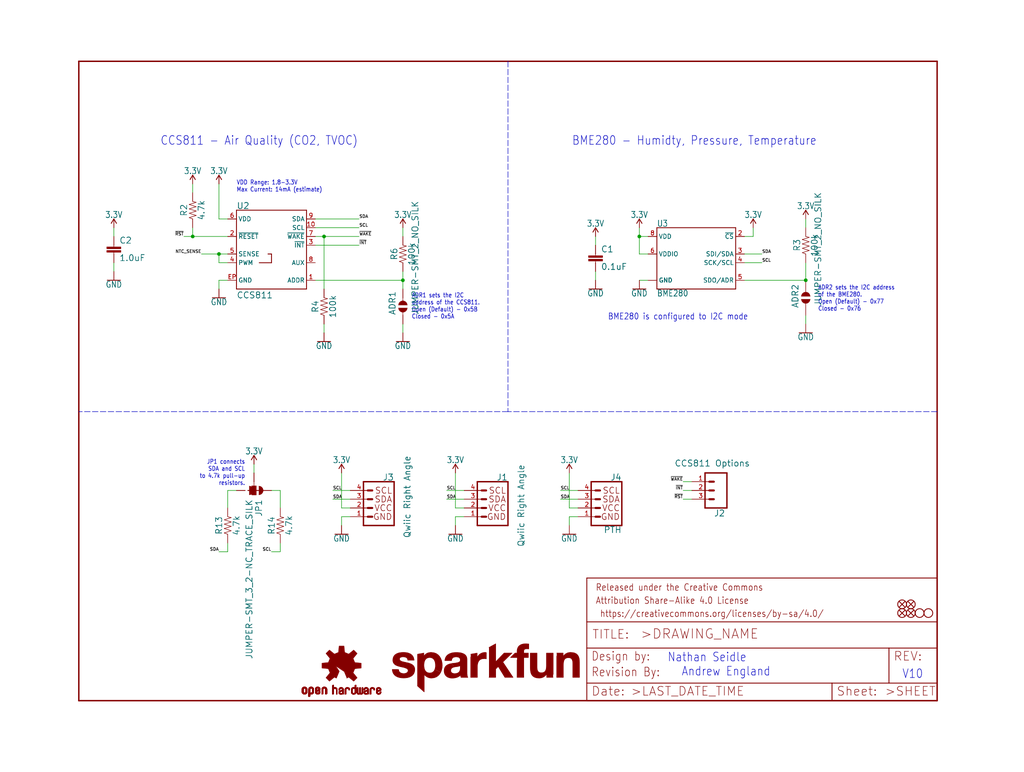
<source format=kicad_sch>
(kicad_sch (version 20211123) (generator eeschema)
  (paper "User" 297.002 223.926)
  (lib_symbols
    (symbol "eagleSchem-eagle-import:0.1UF-0603-25V-(+80{slash}-20%)"
      (property "Reference" "C" (at 1.524 2.921 0))
      (property "Value" "0.1UF-0603-25V-(+80{slash}-20%)" (at 1.524 -2.159 0))
      (symbol "0.1UF-0603-25V-(+80{slash}-20%)_1_0"
        (pin passive line (at 0 5.08 270) (length 2.54) (name "1") (number "1"))
        (pin passive line (at 0 -2.54 90) (length 2.54) (name "2") (number "2"))
      )
    )
    (symbol "eagleSchem-eagle-import:1.0UF-0603-16V-10%"
      (property "Reference" "C" (at 1.524 2.921 0))
      (property "Value" "1.0UF-0603-16V-10%" (at 1.524 -2.159 0))
      (symbol "1.0UF-0603-16V-10%_1_0"
        (pin passive line (at 0 5.08 270) (length 2.54) (name "1") (number "1"))
        (pin passive line (at 0 -2.54 90) (length 2.54) (name "2") (number "2"))
      )
    )
    (symbol "eagleSchem-eagle-import:100KOHM-0603-1{slash}10W-1%"
      (property "Reference" "R" (at 0 1.524 0))
      (property "Value" "100KOHM-0603-1{slash}10W-1%" (at 0 -1.524 0))
      (symbol "100KOHM-0603-1{slash}10W-1%_1_0"
        (pin passive line (at -5.08 0 0) (length 2.54) (name "1") (number "1"))
        (pin passive line (at 5.08 0 180) (length 2.54) (name "2") (number "2"))
      )
    )
    (symbol "eagleSchem-eagle-import:3.3V" (power)
      (property "Value" "3.3V" (at 0 2.794 0))
      (symbol "3.3V_1_0"
        (pin power_in line (at 0 0 90) (length 2.54) (name "3.3V") (number "1"))
      )
    )
    (symbol "eagleSchem-eagle-import:4.7KOHM-0603-1{slash}10W-1%"
      (property "Reference" "R" (at 0 1.524 0))
      (property "Value" "4.7KOHM-0603-1{slash}10W-1%" (at 0 -1.524 0))
      (symbol "4.7KOHM-0603-1{slash}10W-1%_1_0"
        (pin passive line (at -5.08 0 0) (length 2.54) (name "1") (number "1"))
        (pin passive line (at 5.08 0 180) (length 2.54) (name "2") (number "2"))
      )
    )
    (symbol "eagleSchem-eagle-import:BME280"
      (property "Reference" "U" (at -10.16 7.874 0))
      (property "Value" "BME280" (at -10.16 -10.414 0))
      (symbol "BME280_1_0"
        (pin bidirectional line (at -12.7 -7.62 0) (length 2.54) (name "GND") (number "1"))
        (pin bidirectional line (at 15.24 5.08 180) (length 2.54) (name "~{CS}") (number "2"))
        (pin bidirectional line (at 15.24 0 180) (length 2.54) (name "SDI/SDA") (number "3"))
        (pin bidirectional line (at 15.24 -2.54 180) (length 2.54) (name "SCK/SCL") (number "4"))
        (pin bidirectional line (at 15.24 -7.62 180) (length 2.54) (name "SDO/ADR") (number "5"))
        (pin bidirectional line (at -12.7 0 0) (length 2.54) (name "VDDIO") (number "6"))
        (pin bidirectional line (at -12.7 -7.62 0) (length 2.54) (name "GND") (number "7"))
        (pin bidirectional line (at -12.7 5.08 0) (length 2.54) (name "VDD") (number "8"))
      )
    )
    (symbol "eagleSchem-eagle-import:CCS811PRODUCTION"
      (property "Reference" "U" (at -10.16 10.414 0))
      (property "Value" "CCS811PRODUCTION" (at -10.16 -15.494 0))
      (symbol "CCS811PRODUCTION_1_0"
        (pin bidirectional line (at 12.7 -10.16 180) (length 2.54) (name "ADDR") (number "1"))
        (pin bidirectional line (at 12.7 5.08 180) (length 2.54) (name "SCL") (number "10"))
        (pin bidirectional line (at -12.7 2.54 0) (length 2.54) (name "~{RESET}") (number "2"))
        (pin bidirectional line (at 12.7 0 180) (length 2.54) (name "~{INT}") (number "3"))
        (pin bidirectional line (at -12.7 -5.08 0) (length 2.54) (name "PWM") (number "4"))
        (pin bidirectional line (at -12.7 -2.54 0) (length 2.54) (name "SENSE") (number "5"))
        (pin bidirectional line (at -12.7 7.62 0) (length 2.54) (name "VDD") (number "6"))
        (pin bidirectional line (at 12.7 2.54 180) (length 2.54) (name "~{WAKE}") (number "7"))
        (pin bidirectional line (at 12.7 -5.08 180) (length 2.54) (name "AUX") (number "8"))
        (pin bidirectional line (at 12.7 7.62 180) (length 2.54) (name "SDA") (number "9"))
        (pin bidirectional line (at -12.7 -10.16 0) (length 2.54) (name "GND") (number "EP"))
      )
    )
    (symbol "eagleSchem-eagle-import:CONN_031X03_NO_SILK"
      (property "Reference" "J" (at -2.54 5.588 0))
      (property "Value" "CONN_031X03_NO_SILK" (at -2.54 -7.366 0))
      (symbol "CONN_031X03_NO_SILK_1_0"
        (pin passive line (at 7.62 -2.54 180) (length 5.08) (name "1") (number "1"))
        (pin passive line (at 7.62 0 180) (length 5.08) (name "2") (number "2"))
        (pin passive line (at 7.62 2.54 180) (length 5.08) (name "3") (number "3"))
      )
    )
    (symbol "eagleSchem-eagle-import:FIDUCIAL1X2")
    (symbol "eagleSchem-eagle-import:FRAME-LETTER"
      (symbol "FRAME-LETTER_2_0"
        (text " https://creativecommons.org/licenses/by-sa/4.0/" (at 2.54 24.13 0) (effects (font (size 1.9304 1.6408)) (justify left bottom)))
        (text ">DRAWING_NAME" (at 15.494 17.78 0) (effects (font (size 2.7432 2.7432)) (justify left bottom)))
        (text ">LAST_DATE_TIME" (at 12.7 1.27 0) (effects (font (size 2.54 2.54)) (justify left bottom)))
        (text ">SHEET" (at 86.36 1.27 0) (effects (font (size 2.54 2.54)) (justify left bottom)))
        (text "Attribution Share-Alike 4.0 License" (at 2.54 27.94 0) (effects (font (size 1.9304 1.6408)) (justify left bottom)))
        (text "Date:" (at 1.27 1.27 0) (effects (font (size 2.54 2.54)) (justify left bottom)))
        (text "Design by:" (at 1.27 11.43 0) (effects (font (size 2.54 2.159)) (justify left bottom)))
        (text "Released under the Creative Commons" (at 2.54 31.75 0) (effects (font (size 1.9304 1.6408)) (justify left bottom)))
        (text "REV:" (at 88.9 11.43 0) (effects (font (size 2.54 2.54)) (justify left bottom)))
        (text "Sheet:" (at 72.39 1.27 0) (effects (font (size 2.54 2.54)) (justify left bottom)))
        (text "TITLE:" (at 1.524 17.78 0) (effects (font (size 2.54 2.54)) (justify left bottom)))
      )
    )
    (symbol "eagleSchem-eagle-import:GND" (power)
      (property "Value" "GND" (at 0 -0.254 0))
      (symbol "GND_1_0"
        (pin power_in line (at 0 2.54 270) (length 2.54) (name "GND") (number "1"))
      )
    )
    (symbol "eagleSchem-eagle-import:I2C_STANDARDQWIIC"
      (property "Reference" "J" (at -5.08 7.874 0))
      (property "Value" "I2C_STANDARDQWIIC" (at -5.08 -5.334 0))
      (symbol "I2C_STANDARDQWIIC_1_0"
        (text "GND" (at -4.572 -2.54 0) (effects (font (size 1.778 1.778)) (justify left)))
        (text "SCL" (at -4.572 5.08 0) (effects (font (size 1.778 1.778)) (justify left)))
        (text "SDA" (at -4.572 2.54 0) (effects (font (size 1.778 1.778)) (justify left)))
        (text "VCC" (at -4.572 0 0) (effects (font (size 1.778 1.778)) (justify left)))
        (pin power_in line (at 7.62 -2.54 180) (length 5.08) (name "1") (number "1"))
        (pin power_in line (at 7.62 0 180) (length 5.08) (name "2") (number "2"))
        (pin passive line (at 7.62 2.54 180) (length 5.08) (name "3") (number "3"))
        (pin passive line (at 7.62 5.08 180) (length 5.08) (name "4") (number "4"))
      )
    )
    (symbol "eagleSchem-eagle-import:I2C_STANDARD_NO_SILK"
      (property "Reference" "J" (at -5.08 7.874 0))
      (property "Value" "I2C_STANDARD_NO_SILK" (at -5.08 -5.334 0))
      (symbol "I2C_STANDARD_NO_SILK_1_0"
        (text "GND" (at -4.572 -2.54 0) (effects (font (size 1.778 1.778)) (justify left)))
        (text "SCL" (at -4.572 5.08 0) (effects (font (size 1.778 1.778)) (justify left)))
        (text "SDA" (at -4.572 2.54 0) (effects (font (size 1.778 1.778)) (justify left)))
        (text "VCC" (at -4.572 0 0) (effects (font (size 1.778 1.778)) (justify left)))
        (pin power_in line (at 7.62 -2.54 180) (length 5.08) (name "GND") (number "1"))
        (pin power_in line (at 7.62 0 180) (length 5.08) (name "VCC") (number "2"))
        (pin passive line (at 7.62 2.54 180) (length 5.08) (name "SDA") (number "3"))
        (pin passive line (at 7.62 5.08 180) (length 5.08) (name "SCL") (number "4"))
      )
    )
    (symbol "eagleSchem-eagle-import:JUMPER-SMT_2_NO_SILK"
      (property "Reference" "JP" (at -2.54 2.54 0))
      (property "Value" "JUMPER-SMT_2_NO_SILK" (at -2.54 -2.54 0))
      (symbol "JUMPER-SMT_2_NO_SILK_1_0"
        (pin passive line (at -5.08 0 0) (length 2.54) (name "1") (number "1"))
        (pin passive line (at 5.08 0 180) (length 2.54) (name "2") (number "2"))
      )
    )
    (symbol "eagleSchem-eagle-import:JUMPER-SMT_3_2-NC_TRACE_SILK"
      (property "Reference" "JP" (at 2.54 0.381 0))
      (property "Value" "JUMPER-SMT_3_2-NC_TRACE_SILK" (at 2.54 -0.381 0))
      (symbol "JUMPER-SMT_3_2-NC_TRACE_SILK_1_0"
        (pin passive line (at 0 5.08 270) (length 2.54) (name "1") (number "1"))
        (pin passive line (at -5.08 0 0) (length 2.54) (name "2") (number "2"))
        (pin passive line (at 0 -5.08 90) (length 2.54) (name "3") (number "3"))
      )
    )
    (symbol "eagleSchem-eagle-import:OSHW-LOGOS")
    (symbol "eagleSchem-eagle-import:REVISION"
      (symbol "REVISION_1_0"
        (text "Revision By: " (at 0 0 0) (effects (font (size 2.54 2.159)) (justify left bottom)))
      )
    )
    (symbol "eagleSchem-eagle-import:SFE_LOGO_NAME.1_INCH")
    (symbol "eagleSchem-eagle-import:STAND-OFF")
  )
  (junction (at 63.5 73.66))
  (junction (at 116.84 81.28))
  (junction (at 233.68 81.28))
  (junction (at 185.42 68.58))
  (junction (at 93.98 68.58))
  (junction (at 55.88 68.58))
  (wire (pts (xy 101.6 144.78) (xy 96.52 144.78)))
  (wire (pts (xy 66.04 81.28) (xy 63.5 81.28)))
  (wire (pts (xy 167.64 142.24) (xy 162.56 142.24)))
  (wire (pts (xy 66.04 157.48) (xy 66.04 160.02)))
  (wire (pts (xy 55.88 68.58) (xy 55.88 66.04)))
  (wire (pts (xy 165.1 149.86) (xy 165.1 152.4)))
  (wire (pts (xy 63.5 81.28) (xy 63.5 83.82)))
  (wire (pts (xy 187.96 81.28) (xy 185.42 81.28)))
  (wire (pts (xy 200.66 142.24) (xy 198.12 142.24)))
  (wire (pts (xy 185.42 68.58) (xy 187.96 68.58)))
  (wire (pts (xy 165.1 147.32) (xy 165.1 137.16)))
  (wire (pts (xy 63.5 73.66) (xy 63.5 76.2)))
  (wire (pts (xy 132.08 147.32) (xy 132.08 137.16)))
  (wire (pts (xy 200.66 139.7) (xy 198.12 139.7)))
  (wire (pts (xy 81.28 142.24) (xy 78.74 142.24)))
  (wire (pts (xy 167.64 147.32) (xy 165.1 147.32)))
  (wire (pts (xy 99.06 147.32) (xy 99.06 137.16)))
  (wire (pts (xy 172.72 71.12) (xy 172.72 68.58)))
  (wire (pts (xy 73.66 134.62) (xy 73.66 137.16)))
  (wire (pts (xy 134.62 147.32) (xy 132.08 147.32)))
  (wire (pts (xy 93.98 83.82) (xy 93.98 68.58)))
  (wire (pts (xy 63.5 73.66) (xy 58.42 73.66)))
  (wire (pts (xy 55.88 68.58) (xy 53.34 68.58)))
  (wire (pts (xy 66.04 142.24) (xy 68.58 142.24)))
  (wire (pts (xy 116.84 66.04) (xy 116.84 68.58)))
  (wire (pts (xy 63.5 63.5) (xy 63.5 53.34)))
  (wire (pts (xy 116.84 83.82) (xy 116.84 81.28)))
  (wire (pts (xy 33.02 78.74) (xy 33.02 76.2)))
  (wire (pts (xy 167.64 149.86) (xy 165.1 149.86)))
  (wire (pts (xy 66.04 63.5) (xy 63.5 63.5)))
  (wire (pts (xy 116.84 96.52) (xy 116.84 93.98)))
  (polyline (pts (xy 147.32 17.78) (xy 147.32 119.38)))
  (wire (pts (xy 101.6 147.32) (xy 99.06 147.32)))
  (wire (pts (xy 99.06 149.86) (xy 99.06 152.4)))
  (wire (pts (xy 134.62 142.24) (xy 129.54 142.24)))
  (wire (pts (xy 215.9 76.2) (xy 220.98 76.2)))
  (wire (pts (xy 101.6 142.24) (xy 96.52 142.24)))
  (wire (pts (xy 185.42 68.58) (xy 185.42 66.04)))
  (wire (pts (xy 63.5 160.02) (xy 66.04 160.02)))
  (wire (pts (xy 215.9 73.66) (xy 220.98 73.66)))
  (wire (pts (xy 91.44 71.12) (xy 104.14 71.12)))
  (wire (pts (xy 63.5 76.2) (xy 66.04 76.2)))
  (wire (pts (xy 81.28 157.48) (xy 81.28 160.02)))
  (wire (pts (xy 134.62 144.78) (xy 129.54 144.78)))
  (wire (pts (xy 81.28 147.32) (xy 81.28 142.24)))
  (wire (pts (xy 132.08 149.86) (xy 132.08 152.4)))
  (wire (pts (xy 215.9 68.58) (xy 218.44 68.58)))
  (wire (pts (xy 33.02 66.04) (xy 33.02 68.58)))
  (wire (pts (xy 233.68 93.98) (xy 233.68 91.44)))
  (wire (pts (xy 91.44 63.5) (xy 104.14 63.5)))
  (wire (pts (xy 116.84 81.28) (xy 116.84 78.74)))
  (wire (pts (xy 55.88 53.34) (xy 55.88 55.88)))
  (wire (pts (xy 215.9 81.28) (xy 233.68 81.28)))
  (wire (pts (xy 200.66 144.78) (xy 198.12 144.78)))
  (wire (pts (xy 172.72 81.28) (xy 172.72 78.74)))
  (wire (pts (xy 81.28 160.02) (xy 78.74 160.02)))
  (wire (pts (xy 66.04 73.66) (xy 63.5 73.66)))
  (wire (pts (xy 91.44 81.28) (xy 116.84 81.28)))
  (wire (pts (xy 233.68 81.28) (xy 233.68 76.2)))
  (wire (pts (xy 233.68 63.5) (xy 233.68 66.04)))
  (wire (pts (xy 66.04 147.32) (xy 66.04 142.24)))
  (wire (pts (xy 93.98 96.52) (xy 93.98 93.98)))
  (wire (pts (xy 91.44 66.04) (xy 104.14 66.04)))
  (wire (pts (xy 185.42 73.66) (xy 185.42 68.58)))
  (wire (pts (xy 187.96 73.66) (xy 185.42 73.66)))
  (polyline (pts (xy 271.78 119.38) (xy 147.32 119.38)))
  (wire (pts (xy 66.04 68.58) (xy 55.88 68.58)))
  (wire (pts (xy 218.44 66.04) (xy 218.44 68.58)))
  (wire (pts (xy 101.6 149.86) (xy 99.06 149.86)))
  (wire (pts (xy 93.98 68.58) (xy 104.14 68.58)))
  (wire (pts (xy 167.64 144.78) (xy 162.56 144.78)))
  (polyline (pts (xy 147.32 119.38) (xy 22.86 119.38)))
  (wire (pts (xy 91.44 68.58) (xy 93.98 68.58)))
  (wire (pts (xy 134.62 149.86) (xy 132.08 149.86)))
  (text "ADR1 sets the I2C\naddress of the CCS811.\nOpen (Default) - 0x5B\nClosed - 0x5A" (at 119.38 88.9 0) (effects (font (size 1.27 1.0795)) (justify left)))
  (text "VDD Range: 1.8-3.3V\nMax Current: 14mA (estimate)" (at 68.58 55.88 180) (effects (font (size 1.27 1.0795)) (justify left bottom)))
  (text "Andrew England" (at 197.612 196.342 180) (effects (font (size 2.54 2.159)) (justify left bottom)))
  (text "BME280 is configured to I2C mode" (at 176.276 90.932 180) (effects (font (size 1.778 1.5113)) (justify left top)))
  (text "CCS811 - Air Quality (CO2, TVOC)" (at 46.482 42.418 180) (effects (font (size 2.54 2.159)) (justify left bottom)))
  (text "BME280 - Humidty, Pressure, Temperature" (at 165.862 42.418 180) (effects (font (size 2.54 2.159)) (justify left bottom)))
  (text "JP1 connects\nSDA and SCL\nto 4.7k pull-up\nresistors." (at 71.12 137.16 0) (effects (font (size 1.27 1.0795)) (justify right)))
  (text "ADR2 sets the I2C address\nof the BME280.\nOpen (Default) - 0x77\nClosed - 0x76" (at 237.236 82.804 0) (effects (font (size 1.27 1.0795)) (justify left top)))
  (text "Nathan Seidle" (at 193.548 190.754 180) (effects (font (size 2.54 2.159)) (justify left)))
  (text "V10" (at 261.62 195.58 180) (effects (font (size 2.54 2.159)) (justify left)))
  (label "NTC_SENSE" (at 58.42 73.66 180) (effects (font (size 0.889 0.889))))
  (label "SDA" (at 220.98 73.66 0) (effects (font (size 0.889 0.889))))
  (label "SDA" (at 96.52 144.78 0) (effects (font (size 0.889 0.889))))
  (label "~{RST}" (at 53.34 68.58 180) (effects (font (size 0.889 0.889))))
  (label "~{RST}" (at 198.12 144.78 180) (effects (font (size 0.889 0.889))))
  (label "SCL" (at 78.74 160.02 180) (effects (font (size 0.889 0.889))))
  (label "~{INT}" (at 104.14 71.12 0) (effects (font (size 0.889 0.889))))
  (label "SCL" (at 220.98 76.2 0) (effects (font (size 0.889 0.889))))
  (label "~{INT}" (at 198.12 142.24 180) (effects (font (size 0.889 0.889))))
  (label "SCL" (at 96.52 142.24 0) (effects (font (size 0.889 0.889))))
  (label "SDA" (at 63.5 160.02 180) (effects (font (size 0.889 0.889))))
  (label "~{WAKE}" (at 104.14 68.58 0) (effects (font (size 0.889 0.889))))
  (label "SCL" (at 104.14 66.04 0) (effects (font (size 0.889 0.889))))
  (label "SCL" (at 162.56 142.24 0) (effects (font (size 0.889 0.889))))
  (label "SDA" (at 129.54 144.78 0) (effects (font (size 0.889 0.889))))
  (label "SCL" (at 129.54 142.24 0) (effects (font (size 0.889 0.889))))
  (label "~{WAKE}" (at 198.12 139.7 180) (effects (font (size 0.889 0.889))))
  (label "SDA" (at 162.56 144.78 0) (effects (font (size 0.889 0.889))))
  (label "SDA" (at 104.14 63.5 0) (effects (font (size 0.889 0.889))))
  (symbol (lib_id "eagleSchem-eagle-import:I2C_STANDARDQWIIC") (at 109.22 147.32 0) (mirror y) (unit 1)
    (property "Reference" "J3" (at 114.3 139.446 0) (effects (font (size 1.778 1.778)) (justify left bottom)))
    (property "Value" "Qwiic Right Angle" (at 117.094 132.08 90) (effects (font (size 1.778 1.778)) (justify right bottom)))
    (property "Footprint" "eagleSchem:1X04_1MM_RA" (effects hide))
  )
  (symbol (lib_id "eagleSchem-eagle-import:REVISION") (at 171.45 196.342 0) (unit 1)
    (property "Reference" "LOGO2" (effects hide))
    (property "Value" "REVISION" (effects hide))
    (property "Footprint" "eagleSchem:REVISION" (effects hide))
  )
  (symbol (lib_id "eagleSchem-eagle-import:3.3V") (at 185.42 66.04 0) (unit 1)
    (property "Reference" "#SUPPLY10" (effects hide))
    (property "Value" "3.3V" (at 185.42 63.246 0) (effects (font (size 1.778 1.5113)) (justify bottom)))
    (property "Footprint" "eagleSchem:" (effects hide))
  )
  (symbol (lib_id "eagleSchem-eagle-import:JUMPER-SMT_2_NO_SILK") (at 233.68 86.36 90) (unit 1)
    (property "Reference" "ADR2" (at 231.648 89.408 0) (effects (font (size 1.778 1.778)) (justify left bottom)))
    (property "Value" "JUMPER-SMT_2_NO_SILK" (at 236.22 88.9 0) (effects (font (size 1.778 1.778)) (justify left top)))
    (property "Footprint" "eagleSchem:SMT-JUMPER_2_NO_SILK" (effects hide))
  )
  (symbol (lib_id "eagleSchem-eagle-import:4.7KOHM-0603-1{slash}10W-1%") (at 81.28 152.4 90) (unit 1)
    (property "Reference" "R14" (at 79.756 152.4 0) (effects (font (size 1.778 1.778)) (justify bottom)))
    (property "Value" "4.7k" (at 82.804 152.4 0) (effects (font (size 1.778 1.778)) (justify top)))
    (property "Footprint" "eagleSchem:0603" (effects hide))
  )
  (symbol (lib_id "eagleSchem-eagle-import:FIDUCIAL1X2") (at 264.16 175.26 0) (unit 1)
    (property "Reference" "FD3" (effects hide))
    (property "Value" "FIDUCIAL1X2" (effects hide))
    (property "Footprint" "eagleSchem:FIDUCIAL-1X2" (effects hide))
  )
  (symbol (lib_id "eagleSchem-eagle-import:FRAME-LETTER") (at 170.18 203.2 0) (unit 2)
    (property "Reference" "FRAME1" (effects hide))
    (property "Value" "FRAME-LETTER" (effects hide))
    (property "Footprint" "eagleSchem:CREATIVE_COMMONS" (effects hide))
  )
  (symbol (lib_id "eagleSchem-eagle-import:CCS811PRODUCTION") (at 78.74 71.12 0) (unit 1)
    (property "Reference" "U2" (at 68.58 60.706 0) (effects (font (size 1.778 1.778)) (justify left bottom)))
    (property "Value" "CCS811" (at 68.58 86.614 0) (effects (font (size 1.778 1.778)) (justify left bottom)))
    (property "Footprint" "eagleSchem:LGA10" (effects hide))
  )
  (symbol (lib_id "eagleSchem-eagle-import:GND") (at 33.02 81.28 0) (unit 1)
    (property "Reference" "#GND6" (effects hide))
    (property "Value" "GND" (at 33.02 81.534 0) (effects (font (size 1.778 1.5113)) (justify top)))
    (property "Footprint" "eagleSchem:" (effects hide))
  )
  (symbol (lib_id "eagleSchem-eagle-import:GND") (at 165.1 154.94 0) (mirror y) (unit 1)
    (property "Reference" "#GND4" (effects hide))
    (property "Value" "GND" (at 165.1 155.194 0) (effects (font (size 1.778 1.5113)) (justify top)))
    (property "Footprint" "eagleSchem:" (effects hide))
  )
  (symbol (lib_id "eagleSchem-eagle-import:FIDUCIAL1X2") (at 264.16 177.8 0) (unit 1)
    (property "Reference" "FD4" (effects hide))
    (property "Value" "FIDUCIAL1X2" (effects hide))
    (property "Footprint" "eagleSchem:FIDUCIAL-1X2" (effects hide))
  )
  (symbol (lib_id "eagleSchem-eagle-import:GND") (at 172.72 83.82 0) (unit 1)
    (property "Reference" "#GND7" (effects hide))
    (property "Value" "GND" (at 172.72 84.074 0) (effects (font (size 1.778 1.5113)) (justify top)))
    (property "Footprint" "eagleSchem:" (effects hide))
  )
  (symbol (lib_id "eagleSchem-eagle-import:FIDUCIAL1X2") (at 261.62 175.26 0) (unit 1)
    (property "Reference" "FD2" (effects hide))
    (property "Value" "FIDUCIAL1X2" (effects hide))
    (property "Footprint" "eagleSchem:FIDUCIAL-1X2" (effects hide))
  )
  (symbol (lib_id "eagleSchem-eagle-import:3.3V") (at 116.84 66.04 0) (unit 1)
    (property "Reference" "#SUPPLY11" (effects hide))
    (property "Value" "3.3V" (at 116.84 63.246 0) (effects (font (size 1.778 1.5113)) (justify bottom)))
    (property "Footprint" "eagleSchem:" (effects hide))
  )
  (symbol (lib_id "eagleSchem-eagle-import:100KOHM-0603-1{slash}10W-1%") (at 116.84 73.66 90) (unit 1)
    (property "Reference" "R6" (at 115.316 73.66 0) (effects (font (size 1.778 1.778)) (justify bottom)))
    (property "Value" "100k" (at 118.364 73.66 0) (effects (font (size 1.778 1.778)) (justify top)))
    (property "Footprint" "eagleSchem:0603" (effects hide))
  )
  (symbol (lib_id "eagleSchem-eagle-import:GND") (at 116.84 99.06 0) (unit 1)
    (property "Reference" "#GND9" (effects hide))
    (property "Value" "GND" (at 116.84 99.314 0) (effects (font (size 1.778 1.5113)) (justify top)))
    (property "Footprint" "eagleSchem:" (effects hide))
  )
  (symbol (lib_id "eagleSchem-eagle-import:GND") (at 185.42 83.82 0) (unit 1)
    (property "Reference" "#GND2" (effects hide))
    (property "Value" "GND" (at 185.42 84.074 0) (effects (font (size 1.778 1.5113)) (justify top)))
    (property "Footprint" "eagleSchem:" (effects hide))
  )
  (symbol (lib_id "eagleSchem-eagle-import:GND") (at 132.08 154.94 0) (mirror y) (unit 1)
    (property "Reference" "#GND1" (effects hide))
    (property "Value" "GND" (at 132.08 155.194 0) (effects (font (size 1.778 1.5113)) (justify top)))
    (property "Footprint" "eagleSchem:" (effects hide))
  )
  (symbol (lib_id "eagleSchem-eagle-import:100KOHM-0603-1{slash}10W-1%") (at 93.98 88.9 90) (unit 1)
    (property "Reference" "R4" (at 92.456 88.9 0) (effects (font (size 1.778 1.778)) (justify bottom)))
    (property "Value" "100k" (at 95.504 88.9 0) (effects (font (size 1.778 1.778)) (justify top)))
    (property "Footprint" "eagleSchem:0603" (effects hide))
  )
  (symbol (lib_id "eagleSchem-eagle-import:3.3V") (at 132.08 137.16 0) (mirror y) (unit 1)
    (property "Reference" "#SUPPLY4" (effects hide))
    (property "Value" "3.3V" (at 132.08 134.366 0) (effects (font (size 1.778 1.5113)) (justify bottom)))
    (property "Footprint" "eagleSchem:" (effects hide))
  )
  (symbol (lib_id "eagleSchem-eagle-import:GND") (at 233.68 96.52 0) (unit 1)
    (property "Reference" "#GND8" (effects hide))
    (property "Value" "GND" (at 233.68 96.774 0) (effects (font (size 1.778 1.5113)) (justify top)))
    (property "Footprint" "eagleSchem:" (effects hide))
  )
  (symbol (lib_id "eagleSchem-eagle-import:3.3V") (at 165.1 137.16 0) (mirror y) (unit 1)
    (property "Reference" "#SUPPLY1" (effects hide))
    (property "Value" "3.3V" (at 165.1 134.366 0) (effects (font (size 1.778 1.5113)) (justify bottom)))
    (property "Footprint" "eagleSchem:" (effects hide))
  )
  (symbol (lib_id "eagleSchem-eagle-import:I2C_STANDARDQWIIC") (at 142.24 147.32 0) (mirror y) (unit 1)
    (property "Reference" "J1" (at 147.32 139.446 0) (effects (font (size 1.778 1.778)) (justify left bottom)))
    (property "Value" "Qwiic Right Angle" (at 150.114 134.62 90) (effects (font (size 1.778 1.778)) (justify right bottom)))
    (property "Footprint" "eagleSchem:1X04_1MM_RA" (effects hide))
  )
  (symbol (lib_id "eagleSchem-eagle-import:STAND-OFF") (at 269.24 177.8 0) (unit 1)
    (property "Reference" "H4" (effects hide))
    (property "Value" "STAND-OFF" (effects hide))
    (property "Footprint" "eagleSchem:STAND-OFF" (effects hide))
  )
  (symbol (lib_id "eagleSchem-eagle-import:I2C_STANDARD_NO_SILK") (at 175.26 147.32 0) (mirror y) (unit 1)
    (property "Reference" "J4" (at 180.34 139.446 0) (effects (font (size 1.778 1.778)) (justify left bottom)))
    (property "Value" "PTH" (at 180.34 152.654 0) (effects (font (size 1.778 1.778)) (justify left top)))
    (property "Footprint" "eagleSchem:1X04_NO_SILK" (effects hide))
  )
  (symbol (lib_id "eagleSchem-eagle-import:4.7KOHM-0603-1{slash}10W-1%") (at 66.04 152.4 90) (unit 1)
    (property "Reference" "R13" (at 64.516 152.4 0) (effects (font (size 1.778 1.778)) (justify bottom)))
    (property "Value" "4.7k" (at 67.564 152.4 0) (effects (font (size 1.778 1.778)) (justify top)))
    (property "Footprint" "eagleSchem:0603" (effects hide))
  )
  (symbol (lib_id "eagleSchem-eagle-import:OSHW-LOGOS") (at 99.06 193.04 0) (unit 1)
    (property "Reference" "LOGO4" (effects hide))
    (property "Value" "OSHW-LOGOS" (effects hide))
    (property "Footprint" "eagleSchem:OSHW-LOGO-S" (effects hide))
  )
  (symbol (lib_id "eagleSchem-eagle-import:CONN_031X03_NO_SILK") (at 208.28 142.24 180) (unit 1)
    (property "Reference" "J2" (at 207.01 149.86 0) (effects (font (size 1.778 1.778)) (justify right top)))
    (property "Value" "CCS811 Options" (at 195.58 135.382 0) (effects (font (size 1.778 1.778)) (justify right top)))
    (property "Footprint" "eagleSchem:1X03_NO_SILK" (effects hide))
  )
  (symbol (lib_id "eagleSchem-eagle-import:3.3V") (at 218.44 66.04 0) (unit 1)
    (property "Reference" "#SUPPLY12" (effects hide))
    (property "Value" "3.3V" (at 218.44 63.246 0) (effects (font (size 1.778 1.5113)) (justify bottom)))
    (property "Footprint" "eagleSchem:" (effects hide))
  )
  (symbol (lib_id "eagleSchem-eagle-import:3.3V") (at 33.02 66.04 0) (unit 1)
    (property "Reference" "#SUPPLY9" (effects hide))
    (property "Value" "3.3V" (at 33.02 63.246 0) (effects (font (size 1.778 1.5113)) (justify bottom)))
    (property "Footprint" "eagleSchem:" (effects hide))
  )
  (symbol (lib_id "eagleSchem-eagle-import:1.0UF-0603-16V-10%") (at 33.02 73.66 0) (unit 1)
    (property "Reference" "C2" (at 34.544 70.739 0) (effects (font (size 1.778 1.778)) (justify left bottom)))
    (property "Value" "1.0uF" (at 34.544 75.819 0) (effects (font (size 1.778 1.778)) (justify left bottom)))
    (property "Footprint" "eagleSchem:0603" (effects hide))
  )
  (symbol (lib_id "eagleSchem-eagle-import:3.3V") (at 55.88 53.34 0) (unit 1)
    (property "Reference" "#SUPPLY2" (effects hide))
    (property "Value" "3.3V" (at 55.88 50.546 0) (effects (font (size 1.778 1.5113)) (justify bottom)))
    (property "Footprint" "eagleSchem:" (effects hide))
  )
  (symbol (lib_id "eagleSchem-eagle-import:BME280") (at 200.66 73.66 0) (unit 1)
    (property "Reference" "U3" (at 190.5 65.786 0) (effects (font (size 1.778 1.5113)) (justify left bottom)))
    (property "Value" "BME280" (at 190.5 84.074 0) (effects (font (size 1.778 1.5113)) (justify left top)))
    (property "Footprint" "eagleSchem:LGA-8-2.5X2.5" (effects hide))
  )
  (symbol (lib_id "eagleSchem-eagle-import:FIDUCIAL1X2") (at 261.62 177.8 0) (unit 1)
    (property "Reference" "FD1" (effects hide))
    (property "Value" "FIDUCIAL1X2" (effects hide))
    (property "Footprint" "eagleSchem:FIDUCIAL-1X2" (effects hide))
  )
  (symbol (lib_id "eagleSchem-eagle-import:3.3V") (at 99.06 137.16 0) (mirror y) (unit 1)
    (property "Reference" "#SUPPLY21" (effects hide))
    (property "Value" "3.3V" (at 99.06 134.366 0) (effects (font (size 1.778 1.5113)) (justify bottom)))
    (property "Footprint" "eagleSchem:" (effects hide))
  )
  (symbol (lib_id "eagleSchem-eagle-import:3.3V") (at 233.68 63.5 0) (unit 1)
    (property "Reference" "#SUPPLY6" (effects hide))
    (property "Value" "3.3V" (at 233.68 60.706 0) (effects (font (size 1.778 1.5113)) (justify bottom)))
    (property "Footprint" "eagleSchem:" (effects hide))
  )
  (symbol (lib_id "eagleSchem-eagle-import:STAND-OFF") (at 266.7 177.8 0) (unit 1)
    (property "Reference" "H2" (effects hide))
    (property "Value" "STAND-OFF" (effects hide))
    (property "Footprint" "eagleSchem:STAND-OFF" (effects hide))
  )
  (symbol (lib_id "eagleSchem-eagle-import:JUMPER-SMT_3_2-NC_TRACE_SILK") (at 73.66 142.24 270) (unit 1)
    (property "Reference" "JP1" (at 74.041 144.78 0) (effects (font (size 1.778 1.778)) (justify left bottom)))
    (property "Value" "JUMPER-SMT_3_2-NC_TRACE_SILK" (at 73.279 144.78 0) (effects (font (size 1.778 1.778)) (justify left top)))
    (property "Footprint" "eagleSchem:SMT-JUMPER_3_2-NC_TRACE_SILK" (effects hide))
  )
  (symbol (lib_id "eagleSchem-eagle-import:JUMPER-SMT_2_NO_SILK") (at 116.84 88.9 90) (unit 1)
    (property "Reference" "ADR1" (at 114.808 91.44 0) (effects (font (size 1.778 1.778)) (justify left bottom)))
    (property "Value" "JUMPER-SMT_2_NO_SILK" (at 119.38 91.44 0) (effects (font (size 1.778 1.778)) (justify left top)))
    (property "Footprint" "eagleSchem:SMT-JUMPER_2_NO_SILK" (effects hide))
  )
  (symbol (lib_id "eagleSchem-eagle-import:100KOHM-0603-1{slash}10W-1%") (at 233.68 71.12 90) (unit 1)
    (property "Reference" "R3" (at 232.156 71.12 0) (effects (font (size 1.778 1.778)) (justify bottom)))
    (property "Value" "100k" (at 235.204 71.12 0) (effects (font (size 1.778 1.778)) (justify top)))
    (property "Footprint" "eagleSchem:0603" (effects hide))
  )
  (symbol (lib_id "eagleSchem-eagle-import:GND") (at 63.5 86.36 0) (unit 1)
    (property "Reference" "#GND3" (effects hide))
    (property "Value" "GND" (at 63.5 86.614 0) (effects (font (size 1.778 1.5113)) (justify top)))
    (property "Footprint" "eagleSchem:" (effects hide))
  )
  (symbol (lib_id "eagleSchem-eagle-import:4.7KOHM-0603-1{slash}10W-1%") (at 55.88 60.96 90) (unit 1)
    (property "Reference" "R2" (at 54.356 60.96 0) (effects (font (size 1.778 1.778)) (justify bottom)))
    (property "Value" "4.7k" (at 57.404 60.96 0) (effects (font (size 1.778 1.778)) (justify top)))
    (property "Footprint" "eagleSchem:0603" (effects hide))
  )
  (symbol (lib_id "eagleSchem-eagle-import:GND") (at 99.06 154.94 0) (mirror y) (unit 1)
    (property "Reference" "#GND18" (effects hide))
    (property "Value" "GND" (at 99.06 155.194 0) (effects (font (size 1.778 1.5113)) (justify top)))
    (property "Footprint" "eagleSchem:" (effects hide))
  )
  (symbol (lib_id "eagleSchem-eagle-import:SFE_LOGO_NAME.1_INCH") (at 111.76 200.66 0) (unit 1)
    (property "Reference" "LOGO1" (effects hide))
    (property "Value" "SFE_LOGO_NAME.1_INCH" (effects hide))
    (property "Footprint" "eagleSchem:SFE_LOGO_NAME_.1" (effects hide))
  )
  (symbol (lib_id "eagleSchem-eagle-import:3.3V") (at 172.72 68.58 0) (unit 1)
    (property "Reference" "#SUPPLY14" (effects hide))
    (property "Value" "3.3V" (at 172.72 65.786 0) (effects (font (size 1.778 1.5113)) (justify bottom)))
    (property "Footprint" "eagleSchem:" (effects hide))
  )
  (symbol (lib_id "eagleSchem-eagle-import:3.3V") (at 63.5 53.34 0) (unit 1)
    (property "Reference" "#SUPPLY3" (effects hide))
    (property "Value" "3.3V" (at 63.5 50.546 0) (effects (font (size 1.778 1.5113)) (justify bottom)))
    (property "Footprint" "eagleSchem:" (effects hide))
  )
  (symbol (lib_id "eagleSchem-eagle-import:GND") (at 93.98 99.06 0) (unit 1)
    (property "Reference" "#GND5" (effects hide))
    (property "Value" "GND" (at 93.98 99.314 0) (effects (font (size 1.778 1.5113)) (justify top)))
    (property "Footprint" "eagleSchem:" (effects hide))
  )
  (symbol (lib_id "eagleSchem-eagle-import:0.1UF-0603-25V-(+80{slash}-20%)") (at 172.72 76.2 0) (unit 1)
    (property "Reference" "C1" (at 174.244 73.279 0) (effects (font (size 1.778 1.778)) (justify left bottom)))
    (property "Value" "0.1uF" (at 174.244 78.359 0) (effects (font (size 1.778 1.778)) (justify left bottom)))
    (property "Footprint" "eagleSchem:0603" (effects hide))
  )
  (symbol (lib_id "eagleSchem-eagle-import:3.3V") (at 73.66 134.62 0) (unit 1)
    (property "Reference" "#SUPPLY18" (effects hide))
    (property "Value" "3.3V" (at 73.66 131.826 0) (effects (font (size 1.778 1.5113)) (justify bottom)))
    (property "Footprint" "eagleSchem:" (effects hide))
  )
  (symbol (lib_id "eagleSchem-eagle-import:FRAME-LETTER") (at 22.86 203.2 0) (unit 1)
    (property "Reference" "FRAME1" (effects hide))
    (property "Value" "FRAME-LETTER" (effects hide))
    (property "Footprint" "eagleSchem:CREATIVE_COMMONS" (effects hide))
  )
)
</source>
